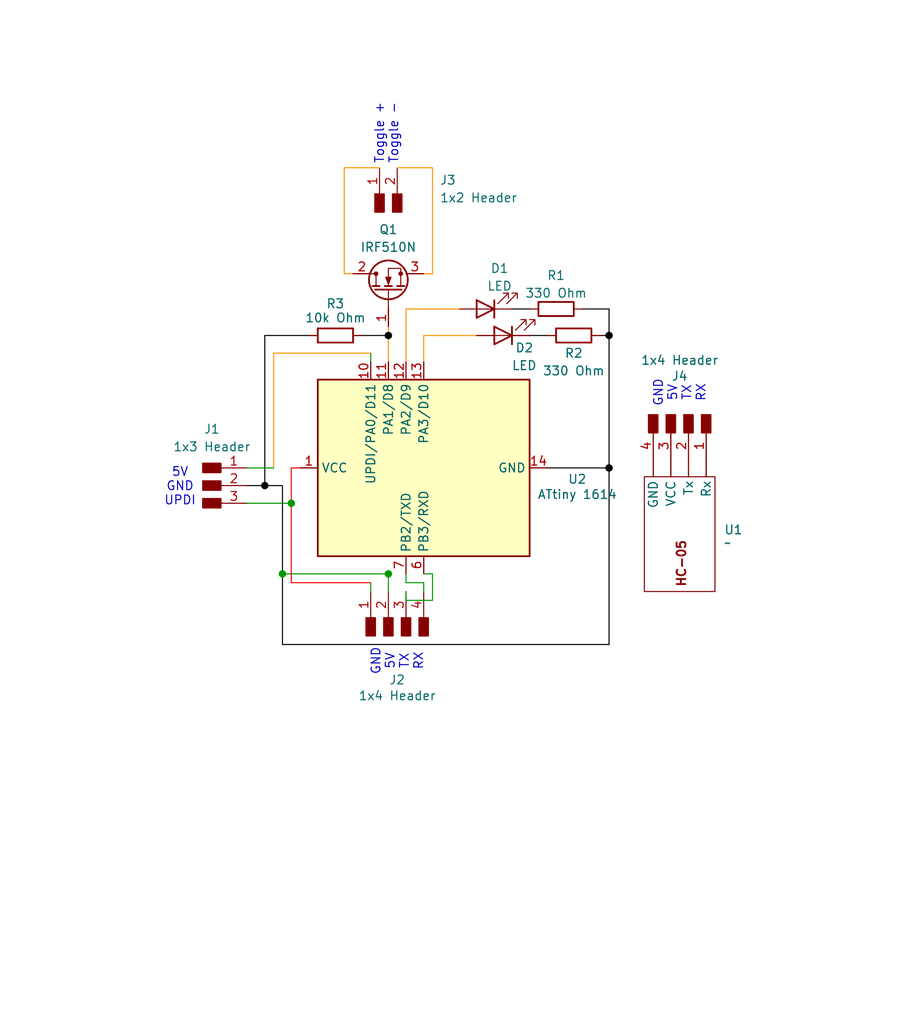
<source format=kicad_sch>
(kicad_sch (version 20231120) (generator "eeschema") (generator_version "8.0")
  (paper "User" 132.08 147.32)
  (title_block (title "Bluetooth-Controlled Mosfet Board") (date "2024-06-17") (rev "1") (company "Nicholas Niles") (comment 1 "Controls a Mosfet remotely via Bluetooth"))
  (lib_symbols
    (symbol "Device:LED" (pin_numbers hide) (pin_names (offset 1.016) hide)
      (property "Reference" "D" (at 0 2.54 0))
      (property "Value" "LED" (at 0 -2.54 0))
      (symbol "LED_0_1"
        (polyline (pts (xy -1.27 -1.27) (xy -1.27 1.27)) (stroke (width 0.254)))
        (polyline (pts (xy -1.27 0) (xy 1.27 0)))
        (polyline (pts (xy 1.27 -1.27) (xy 1.27 1.27) (xy -1.27 0) (xy 1.27 -1.27)) (stroke (width 0.254)))
        (polyline (pts (xy -3.048 -0.762) (xy -4.572 -2.286) (xy -3.81 -2.286) (xy -4.572 -2.286) (xy -4.572 -1.524)))
        (polyline (pts (xy -1.778 -0.762) (xy -3.302 -2.286) (xy -2.54 -2.286) (xy -3.302 -2.286) (xy -3.302 -1.524)))
      )
      (symbol "LED_1_1"
        (pin passive line (at -3.81 0 0) (length 2.54) (name "K") (number "1"))
        (pin passive line (at 3.81 0 180) (length 2.54) (name "A") (number "2"))
      )
    )
    (symbol "Device:R" (pin_numbers hide) (pin_names (offset 0))
      (property "Reference" "R" (at 2.032 0 90))
      (property "Value" "R" (at 0 0 90))
      (symbol "R_0_1"
        (rectangle (start -1.016 -2.54) (end 1.016 2.54) (stroke (width 0.254)))
      )
      (symbol "R_1_1"
        (pin passive line (at 0 3.81 270) (length 1.27) (name "~") (number "1"))
        (pin passive line (at 0 -3.81 90) (length 1.27) (name "~") (number "2"))
      )
    )
    (symbol "Transistor_FET:IRF540N" (pin_names hide)
      (property "Reference" "Q1" (at 8.89 0 90))
      (property "Value" "IRF510N" (at 6.35 0 90))
      (symbol "IRF540N_0_1"
        (polyline (pts (xy 0.254 0) (xy -2.54 0)))
        (polyline (pts (xy 0.254 1.905) (xy 0.254 -1.905)) (stroke (width 0.254)))
        (polyline (pts (xy 0.762 -1.27) (xy 0.762 -2.286)) (stroke (width 0.254)))
        (polyline (pts (xy 0.762 0.508) (xy 0.762 -0.508)) (stroke (width 0.254)))
        (polyline (pts (xy 0.762 2.286) (xy 0.762 1.27)) (stroke (width 0.254)))
        (polyline (pts (xy 2.54 2.54) (xy 2.54 1.778)))
        (polyline (pts (xy 0.762 -1.778) (xy 3.302 -1.778) (xy 3.302 0) (xy 0.762 0)))
        (polyline (pts (xy 1.016 0) (xy 2.032 0.381) (xy 2.032 -0.381) (xy 1.016 0)) (fill (type outline)))
        (polyline (pts (xy 2.54 1.778) (xy 0.762 1.778) (xy 1.524 1.778) (xy 2.54 1.778)))
        (circle (center 1.651 0) (radius 2.794) (stroke (width 0.254)))
        (circle (center 2.54 -1.778) (radius 0.254) (fill (type outline)))
        (circle (center 2.54 1.778) (radius 0.254) (fill (type outline)))
      )
      (symbol "IRF540N_1_1"
        (pin input line (at -5.08 0 0) (length 2.54) (name "G") (number "1"))
        (pin passive line (at 2.54 5.08 270) (length 2.54) (name "D") (number "2"))
        (pin passive line (at 2.54 -5.08 90) (length 2.54) (name "S") (number "3"))
      )
    )
    (symbol "fab:Conn_PinHeader_1x02_P2.54mm_Horizontal_SMD" (pin_names hide)
      (property "Reference" "J" (at 0 2.54 0))
      (property "Value" "Conn_PinHeader_1x02_P2.54mm_Horizontal_SMD" (at 0 -5.08 0))
      (symbol "Conn_PinHeader_1x02_P2.54mm_Horizontal_SMD_1_1"
        (rectangle (start -1.27 -1.905) (end 1.27 -3.175) (stroke (width 0.254)) (fill (type outline)))
        (rectangle (start -1.27 0.635) (end 1.27 -0.635) (stroke (width 0.254)) (fill (type outline)))
        (pin passive line (at 5.08 0 180) (length 3.81) (name "Pin_1") (number "1"))
        (pin passive line (at 5.08 -2.54 180) (length 3.81) (name "Pin_2") (number "2"))
      )
    )
    (symbol "fab:Conn_PinHeader_1x03_P2.54mm_Horizontal_SMD" (pin_names hide)
      (property "Reference" "J" (at 0 5.08 0))
      (property "Value" "Conn_PinHeader_1x03_P2.54mm_Horizontal_SMD" (at 0 -5.08 0))
      (symbol "Conn_PinHeader_1x03_P2.54mm_Horizontal_SMD_1_1"
        (rectangle (start -1.27 -1.905) (end 1.27 -3.175) (stroke (width 0.254)) (fill (type outline)))
        (rectangle (start -1.27 0.635) (end 1.27 -0.635) (stroke (width 0.254)) (fill (type outline)))
        (rectangle (start -1.27 3.175) (end 1.27 1.905) (stroke (width 0.254)) (fill (type outline)))
        (pin passive line (at 5.08 2.54 180) (length 3.81) (name "Pin_1") (number "1"))
        (pin passive line (at 5.08 0 180) (length 3.81) (name "Pin_2") (number "2"))
        (pin passive line (at 5.08 -2.54 180) (length 3.81) (name "Pin_3") (number "3"))
      )
    )
    (symbol "fab:Conn_PinHeader_1x04_P2.54mm_Horizontal_SMD" (pin_names hide)
      (property "Reference" "J" (at 0 5.08 0))
      (property "Value" "Conn_PinHeader_1x04_P2.54mm_Horizontal_SMD" (at 0 -7.62 0))
      (symbol "Conn_PinHeader_1x04_P2.54mm_Horizontal_SMD_1_1"
        (rectangle (start -1.27 -4.445) (end 1.27 -5.715) (stroke (width 0.254)) (fill (type outline)))
        (rectangle (start -1.27 -1.905) (end 1.27 -3.175) (stroke (width 0.254)) (fill (type outline)))
        (rectangle (start -1.27 0.635) (end 1.27 -0.635) (stroke (width 0.254)) (fill (type outline)))
        (rectangle (start -1.27 3.175) (end 1.27 1.905) (stroke (width 0.254)) (fill (type outline)))
        (pin passive line (at 5.08 2.54 180) (length 3.81) (name "Pin_1") (number "1"))
        (pin passive line (at 5.08 0 180) (length 3.81) (name "Pin_2") (number "2"))
        (pin passive line (at 5.08 -2.54 180) (length 3.81) (name "Pin_3") (number "3"))
        (pin passive line (at 5.08 -5.08 180) (length 3.81) (name "Pin_4") (number "4"))
      )
    )
    (symbol "fab:Microcontroller_ATtiny1614-SSFR"
      (property "Reference" "U2" (at 9.5602 -22.606 90))
      (property "Value" "ATtiny 1614" (at 7.366 -22.606 90))
      (symbol "Microcontroller_ATtiny1614-SSFR_0_1"
        (rectangle (start -12.7 15.24) (end 12.7 -15.24) (stroke (width 0.254)) (fill (type background)))
      )
      (symbol "Microcontroller_ATtiny1614-SSFR_1_1"
        (pin power_in line (at 0 17.78 270) (length 2.54) (name "VCC") (number "1"))
        (pin bidirectional line (at 15.24 7.62 180) (length 2.54) (name "UPDI/PA0/D11") (number "10"))
        (pin bidirectional line (at 15.24 5.08 180) (length 2.54) (name "PA1/D8") (number "11"))
        (pin bidirectional line (at 15.24 2.54 180) (length 2.54) (name "PA2/D9") (number "12"))
        (pin bidirectional line (at 15.24 0 180) (length 2.54) (name "PA3/D10") (number "13"))
        (pin power_in line (at 0 -17.78 90) (length 2.54) (name "GND") (number "14"))
        (pin bidirectional line (at 15.24 -2.54 180) (length 2.54) hide (name "PA4") (number "2"))
        (pin bidirectional line (at 15.24 -5.08 180) (length 2.54) hide (name "PA5") (number "3"))
        (pin bidirectional line (at 15.24 -7.62 180) (length 2.54) hide (name "PA6/DAC") (number "4"))
        (pin bidirectional line (at 15.24 -10.16 180) (length 2.54) hide (name "PA7") (number "5"))
        (pin bidirectional line (at -15.24 0 0) (length 2.54) (name "PB3/RXD") (number "6"))
        (pin bidirectional line (at -15.24 2.54 0) (length 2.54) (name "PB2/TXD") (number "7"))
        (pin bidirectional line (at -15.24 5.08 0) (length 2.54) hide (name "PB1/SDA") (number "8"))
        (pin bidirectional line (at -15.24 7.62 0) (length 2.54) hide (name "PB0/SCL") (number "9"))
      )
    )
    (symbol "nicksLib:HC-05"
      (property "Reference" "U" (at 0 0 0))
      (symbol "HC-05_0_1"
        (rectangle (start 0 -11.43) (end -16.51 -1.27))
      )
      (symbol "HC-05_1_1"
        (text "HC-05" (at -12.446 -6.604 0) (effects (font (size 1.27 1.27) (bold yes))))
        (pin power_in line (at 2.54 -2.54 180) (length 2.54) (name "GND") (number ""))
        (pin input line (at 2.54 -10.16 180) (length 2.54) (name "Rx") (number ""))
        (pin output line (at 2.54 -7.62 180) (length 2.54) (name "Tx") (number ""))
        (pin power_out line (at 2.54 -5.08 180) (length 2.54) (name "VCC") (number ""))
      )
    )
  )
  (junction (at 87.63 67.31) (color 0 0 0 1))
  (junction (at 87.63 48.26) (color 0 0 0 1))
  (junction (at 55.88 48.26) (color 0 0 0 1))
  (junction (at 40.64 82.55))
  (junction (at 41.91 72.39))
  (junction (at 55.88 82.55))
  (junction (at 38.1 69.85) (color 0 0 0 1))
  (wire (pts (xy 55.88 48.26) (xy 55.88 52.07)) (stroke (width 0) (color 255 150 0 1)))
  (wire (pts (xy 39.37 50.8) (xy 53.34 50.8)) (stroke (width 0) (color 255 150 0 1)))
  (wire (pts (xy 40.64 82.55) (xy 55.88 82.55)))
  (wire (pts (xy 58.42 82.55) (xy 58.42 83.82)))
  (wire (pts (xy 60.96 48.26) (xy 68.58 48.26)) (stroke (width 0) (color 255 150 0 1)))
  (wire (pts (xy 58.42 44.45) (xy 66.04 44.45)) (stroke (width 0) (color 255 150 0 1)))
  (wire (pts (xy 44.45 48.26) (xy 38.1 48.26)) (stroke (width 0) (color 0 0 0 1)))
  (wire (pts (xy 41.91 83.82) (xy 53.34 83.82)) (stroke (width 0) (color 255 0 0 1)))
  (wire (pts (xy 62.23 24.13) (xy 57.15 24.13)) (stroke (width 0) (color 255 150 0 1)))
  (wire (pts (xy 73.66 44.45) (xy 76.2 44.45)) (stroke (width 0) (color 0 0 0 1)))
  (wire (pts (xy 58.42 52.07) (xy 58.42 44.45)) (stroke (width 0) (color 255 150 0 1)))
  (wire (pts (xy 41.91 67.31) (xy 43.18 67.31)) (stroke (width 0) (color 255 0 0 1)))
  (wire (pts (xy 87.63 67.31) (xy 87.63 48.26)) (stroke (width 0) (color 0 0 0 1)))
  (wire (pts (xy 49.53 39.37) (xy 50.8 39.37)) (stroke (width 0) (color 255 150 0 1)))
  (wire (pts (xy 62.23 86.36) (xy 58.42 86.36)))
  (wire (pts (xy 49.53 24.13) (xy 49.53 39.37)) (stroke (width 0) (color 255 150 0 1)))
  (wire (pts (xy 83.82 44.45) (xy 87.63 44.45)) (stroke (width 0) (color 0 0 0 1)))
  (wire (pts (xy 49.53 24.13) (xy 54.61 24.13)) (stroke (width 0) (color 255 150 0 1)))
  (wire (pts (xy 38.1 48.26) (xy 38.1 69.85)) (stroke (width 0) (color 0 0 0 1)))
  (wire (pts (xy 87.63 92.71) (xy 40.64 92.71)) (stroke (width 0) (color 0 0 0 1)))
  (wire (pts (xy 35.56 72.39) (xy 41.91 72.39)))
  (wire (pts (xy 35.56 69.85) (xy 38.1 69.85)) (stroke (width 0) (color 0 0 0 1)))
  (wire (pts (xy 53.34 83.82) (xy 53.34 85.09)))
  (wire (pts (xy 55.88 46.99) (xy 55.88 48.26)) (stroke (width 0) (color 255 150 0 1)))
  (wire (pts (xy 78.74 67.31) (xy 87.63 67.31)) (stroke (width 0) (color 0 0 0 1)))
  (wire (pts (xy 62.23 82.55) (xy 62.23 86.36)))
  (wire (pts (xy 87.63 67.31) (xy 87.63 92.71)) (stroke (width 0) (color 0 0 0 1)))
  (wire (pts (xy 87.63 48.26) (xy 86.36 48.26)) (stroke (width 0) (color 0 0 0 1)))
  (wire (pts (xy 55.88 85.09) (xy 55.88 82.55)))
  (wire (pts (xy 38.1 69.85) (xy 40.64 69.85)) (stroke (width 0) (color 0 0 0 1)))
  (wire (pts (xy 53.34 50.8) (xy 53.34 52.07)))
  (wire (pts (xy 62.23 24.13) (xy 62.23 39.37)) (stroke (width 0) (color 255 150 0 1)))
  (wire (pts (xy 60.96 52.07) (xy 60.96 48.26)) (stroke (width 0) (color 255 150 0 1)))
  (wire (pts (xy 76.2 48.26) (xy 78.74 48.26)) (stroke (width 0) (color 0 0 0 1)))
  (wire (pts (xy 41.91 83.82) (xy 41.91 72.39)) (stroke (width 0) (color 255 0 0 1)))
  (wire (pts (xy 60.96 83.82) (xy 60.96 85.09)))
  (wire (pts (xy 52.07 48.26) (xy 55.88 48.26)) (stroke (width 0) (color 0 0 0 1)))
  (wire (pts (xy 40.64 69.85) (xy 40.64 82.55)) (stroke (width 0) (color 0 0 0 1)))
  (wire (pts (xy 58.42 86.36) (xy 58.42 85.09)))
  (wire (pts (xy 39.37 67.31) (xy 39.37 50.8)) (stroke (width 0) (color 255 150 0 1)))
  (wire (pts (xy 35.56 67.31) (xy 39.37 67.31)))
  (wire (pts (xy 41.91 72.39) (xy 41.91 67.31)) (stroke (width 0) (color 255 0 0 1)))
  (wire (pts (xy 58.42 83.82) (xy 60.96 83.82)))
  (wire (pts (xy 60.96 82.55) (xy 62.23 82.55)))
  (wire (pts (xy 60.96 39.37) (xy 62.23 39.37)) (stroke (width 0) (color 255 150 0 1)))
  (wire (pts (xy 40.64 82.55) (xy 40.64 92.71)) (stroke (width 0) (color 0 0 0 1)))
  (wire (pts (xy 87.63 44.45) (xy 87.63 48.26)) (stroke (width 0) (color 0 0 0 1)))
  (text "GND\n5V\nTX\nRX" (at 97.79 56.642 90) (effects (font (size 1.27 1.27))))
  (text "Toggle +\nToggle -" (at 55.626 19.304 90) (effects (font (size 1.27 1.27))))
  (text "5V\nGND\nUPDI" (at 25.908 70.104 0) (effects (font (size 1.27 1.27))))
  (text "GND\n5V\nTX\nRX" (at 57.15 95.25 90) (effects (font (size 1.27 1.27))))
  (symbol (lib_id "Device:LED") (at 72.39 48.26 180) (unit 1)
    (property "Reference" "D2" (at 75.438 50.038 0))
    (property "Value" "LED" (at 75.438 52.578 0))
    (property "Footprint" "fab:LED_1206" (effects (hide yes)))
    (property "Description" "Light emitting diode" (effects (hide yes)))
  )
  (symbol (lib_id "fab:Conn_PinHeader_1x02_P2.54mm_Horizontal_SMD") (at 54.61 29.21 90) (unit 1)
    (property "Reference" "J3" (at 63.246 25.908 90) (effects (justify right)))
    (property "Value" "1x2 Header" (at 63.246 28.448 90) (effects (justify right)))
    (property "Footprint" "fab:PinHeader_1x02_P2.54mm_Horizontal_SMD" (effects (hide yes)))
    (property "Description" "Male connector, single row" (effects (hide yes)))
  )
  (symbol (lib_id "Device:R") (at 82.55 48.26 90) (unit 1)
    (property "Reference" "R2" (at 82.55 50.8 90))
    (property "Value" "330 Ohm" (at 82.55 53.34 90))
    (property "Footprint" "fab:R_1206" (effects (hide yes)))
    (property "Description" "Resistor" (effects (hide yes)))
  )
  (symbol (lib_id "Transistor_FET:IRF540N") (at 55.88 41.91 90) (unit 1)
    (property "Reference" "Q1" (at 55.88 33.02 90))
    (property "Value" "IRF510N" (at 55.88 35.56 90))
    (property "Footprint" "Package_TO_SOT_THT:TO-220-3_Vertical" (effects (hide yes)))
    (property "Datasheet" "http://www.irf.com/product-info/datasheets/data/irf540n.pdf" (effects (hide yes)))
    (property "Description" "33A Id, 100V Vds, HEXFET N-Channel MOSFET, TO-220" (effects (hide yes)))
  )
  (symbol (lib_id "Device:LED") (at 69.85 44.45 180) (unit 1)
    (property "Reference" "D1" (at 71.882 38.608 0))
    (property "Value" "LED" (at 71.882 41.148 0))
    (property "Footprint" "fab:LED_1206" (effects (hide yes)))
    (property "Description" "Light emitting diode" (effects (hide yes)))
  )
  (symbol (lib_id "Device:R") (at 48.26 48.26 270) (unit 1)
    (property "Reference" "R3" (at 48.26 43.688 90))
    (property "Value" "10k Ohm" (at 48.26 45.72 90))
    (property "Footprint" "fab:R_1206" (effects (hide yes)))
    (property "Description" "Resistor" (effects (hide yes)))
  )
  (symbol (lib_id "fab:Conn_PinHeader_1x03_P2.54mm_Horizontal_SMD") (at 30.48 69.85 0) (unit 1)
    (property "Reference" "J1" (at 30.48 61.722 0))
    (property "Value" "1x3 Header" (at 30.48 64.262 0))
    (property "Footprint" "fab:PinHeader_1x03_P2.54mm_Horizontal_SMD" (effects (hide yes)))
    (property "Description" "Male connector, single row" (effects (hide yes)))
  )
  (symbol (lib_id "fab:Microcontroller_ATtiny1614-SSFR") (at 60.96 67.31 90) (unit 1)
    (property "Reference" "U2" (at 83.058 68.9258 90))
    (property "Value" "ATtiny 1614" (at 83.058 71.12 90))
    (property "Footprint" "fab:SOIC-14_3.9x8.7mm_P1.27mm" (effects (hide yes)))
    (property "Datasheet" "http://ww1.microchip.com/downloads/en/DeviceDoc/ATtiny1614-16-17-DataSheet-DS40002204A.pdf" (effects (hide yes)))
    (property "Description" "AVR tinyAVR™ 1 Microcontroller IC 8-Bit 16MHz 16KB (16K x 8) FLASH 14-SOIC" (effects (hide yes)))
  )
  (symbol (lib_id "fab:Conn_PinHeader_1x04_P2.54mm_Horizontal_SMD") (at 55.88 90.17 90) (unit 1)
    (property "Reference" "J2" (at 57.15 97.79 90))
    (property "Value" "1x4 Header" (at 57.15 100.076 90))
    (property "Footprint" "fab:PinHeader_1x04_P2.54mm_Horizontal_SMD" (effects (hide yes)))
    (property "Description" "Male connector, single row" (effects (hide yes)))
  )
  (symbol (lib_id "fab:Conn_PinHeader_1x04_P2.54mm_Horizontal_SMD") (at 99.06 60.96 270) (unit 1) (in_bom no) (on_board no)
    (property "Reference" "J4" (at 97.79 54.102 90))
    (property "Value" "1x4 Header" (at 97.79 51.816 90))
    (property "Footprint" "fab:PinHeader_1x04_P2.54mm_Horizontal_SMD" (effects (hide yes)))
    (property "Description" "Male connector, single row" (effects (hide yes)))
  )
  (symbol (lib_id "nicksLib:HC-05") (at 91.44 68.58 90) (unit 1) (on_board no)
    (property "Reference" "U1" (at 104.14 76.1999 90) (effects (justify right)))
    (property "Value" "~" (at 104.14 78.105 90) (effects (justify right)))
  )
  (symbol (lib_id "Device:R") (at 80.01 44.45 90) (unit 1)
    (property "Reference" "R1" (at 80.01 39.624 90))
    (property "Value" "330 Ohm" (at 80.01 42.164 90))
    (property "Footprint" "fab:R_1206" (effects (hide yes)))
    (property "Description" "Resistor" (effects (hide yes)))
  )
)
</source>
